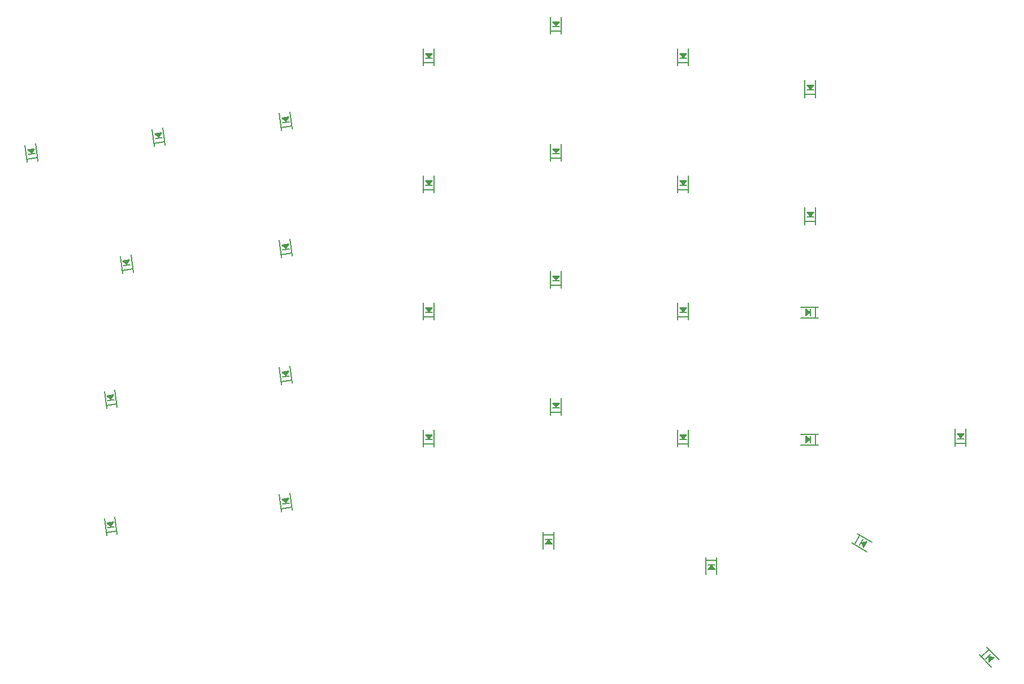
<source format=gbo>
G04 Layer: BottomSilkscreenLayer*
G04 EasyEDA v6.5.23, 2023-04-24 17:17:17*
G04 23e7ac7152a545cbaba16701c0d6254d,351801b383604bb389f78a6fc88bd684,10*
G04 Gerber Generator version 0.2*
G04 Scale: 100 percent, Rotated: No, Reflected: No *
G04 Dimensions in inches *
G04 leading zeros omitted , absolute positions ,3 integer and 6 decimal *
%FSLAX36Y36*%
%MOIN*%

%ADD10C,0.0063*%

%LPD*%
G36*
X-587340Y919220D02*
G01*
X-585180Y917060D01*
X-585180Y888560D01*
X-556680Y917060D01*
X-558820Y919220D01*
G37*
G36*
X-1309480Y1602000D02*
G01*
X-1337020Y1594620D01*
X-1334379Y1593100D01*
X-1327000Y1565560D01*
X-1306860Y1600480D01*
G37*
G36*
X-2223740Y1458620D02*
G01*
X-2223740Y1455580D01*
X-2243900Y1435420D01*
X-2203600Y1435420D01*
X-2203600Y1438460D01*
G37*
G36*
X-3183740Y1608620D02*
G01*
X-3183740Y1605580D01*
X-3203900Y1585420D01*
X-3163600Y1585420D01*
X-3163600Y1588460D01*
G37*
G36*
X-773900Y2235820D02*
G01*
X-773900Y2232780D01*
X-753740Y2212620D01*
X-753740Y2215660D01*
X-733600Y2235820D01*
G37*
G36*
X-1665820Y2223280D02*
G01*
X-1665820Y2182960D01*
X-1662780Y2182960D01*
X-1642620Y2203120D01*
X-1645660Y2203120D01*
G37*
G36*
X-1665820Y2973279D02*
G01*
X-1665820Y2932960D01*
X-1662780Y2932960D01*
X-1642620Y2953120D01*
X-1645660Y2953120D01*
G37*
G36*
X-1660380Y3543340D02*
G01*
X-1660380Y3540299D01*
X-1640220Y3520140D01*
X-1640220Y3523180D01*
X-1620060Y3543340D01*
G37*
G36*
X-1660380Y4293340D02*
G01*
X-1660380Y4290300D01*
X-1640220Y4270140D01*
X-1640220Y4273180D01*
X-1620060Y4293340D01*
G37*
G36*
X-2410380Y2230840D02*
G01*
X-2410380Y2227800D01*
X-2390220Y2207640D01*
X-2390220Y2210680D01*
X-2370060Y2230840D01*
G37*
G36*
X-2410380Y2980840D02*
G01*
X-2410380Y2977799D01*
X-2390220Y2957640D01*
X-2390220Y2960680D01*
X-2370060Y2980840D01*
G37*
G36*
X-3160380Y2418340D02*
G01*
X-3160380Y2415300D01*
X-3140220Y2395140D01*
X-3140220Y2398180D01*
X-3120059Y2418340D01*
G37*
G36*
X-3910380Y2230840D02*
G01*
X-3910380Y2227800D01*
X-3890220Y2207640D01*
X-3890220Y2210680D01*
X-3870059Y2230840D01*
G37*
G36*
X-3160380Y3168340D02*
G01*
X-3160380Y3165299D01*
X-3140220Y3145140D01*
X-3140220Y3148180D01*
X-3120059Y3168340D01*
G37*
G36*
X-3910380Y2980840D02*
G01*
X-3910380Y2977799D01*
X-3890220Y2957640D01*
X-3890220Y2960680D01*
X-3870059Y2980840D01*
G37*
G36*
X-2410380Y3730840D02*
G01*
X-2410380Y3727799D01*
X-2390220Y3707640D01*
X-2390220Y3710680D01*
X-2370060Y3730840D01*
G37*
G36*
X-2410380Y4480840D02*
G01*
X-2410380Y4477800D01*
X-2390220Y4457640D01*
X-2390220Y4460680D01*
X-2370060Y4480840D01*
G37*
G36*
X-3160380Y3918340D02*
G01*
X-3160380Y3915299D01*
X-3140220Y3895140D01*
X-3140220Y3898180D01*
X-3120059Y3918340D01*
G37*
G36*
X-3160380Y4668340D02*
G01*
X-3160380Y4665300D01*
X-3140220Y4645140D01*
X-3140220Y4648180D01*
X-3120059Y4668340D01*
G37*
G36*
X-3910380Y3730840D02*
G01*
X-3910380Y3727799D01*
X-3890220Y3707640D01*
X-3890220Y3710680D01*
X-3870059Y3730840D01*
G37*
G36*
X-3910380Y4480840D02*
G01*
X-3910380Y4477800D01*
X-3890220Y4457640D01*
X-3890220Y4460680D01*
X-3870059Y4480840D01*
G37*
G36*
X-4717680Y1855740D02*
G01*
X-4757640Y1850480D01*
X-4757260Y1847460D01*
X-4734640Y1830100D01*
X-4735040Y1833120D01*
G37*
G36*
X-5748920Y1715120D02*
G01*
X-5788900Y1709860D01*
X-5788500Y1706840D01*
X-5765880Y1689480D01*
X-5766280Y1692500D01*
G37*
G36*
X-4717680Y2605740D02*
G01*
X-4757640Y2600480D01*
X-4757260Y2597460D01*
X-4734640Y2580100D01*
X-4735040Y2583120D01*
G37*
G36*
X-5748920Y2465120D02*
G01*
X-5788900Y2459860D01*
X-5788500Y2456840D01*
X-5765880Y2439480D01*
X-5766280Y2442500D01*
G37*
G36*
X-5655180Y3261980D02*
G01*
X-5695140Y3256720D01*
X-5694760Y3253720D01*
X-5672140Y3236360D01*
X-5672540Y3239380D01*
G37*
G36*
X-4717680Y3355740D02*
G01*
X-4757640Y3350480D01*
X-4757260Y3347460D01*
X-4734640Y3330100D01*
X-4735040Y3333120D01*
G37*
G36*
X-4717680Y4105740D02*
G01*
X-4757640Y4100480D01*
X-4757260Y4097460D01*
X-4734640Y4080100D01*
X-4735040Y4083120D01*
G37*
G36*
X-5467680Y4011980D02*
G01*
X-5507640Y4006720D01*
X-5507260Y4003720D01*
X-5484640Y3986360D01*
X-5485040Y3989380D01*
G37*
G36*
X-6217680Y3918240D02*
G01*
X-6257640Y3912980D01*
X-6257260Y3909960D01*
X-6234640Y3892600D01*
X-6235040Y3895620D01*
G37*
D10*
X-604785Y908153D02*
G01*
X-576278Y936660D01*
X-585185Y888555D02*
G01*
X-556680Y917060D01*
X-587336Y919211D01*
X-585185Y888555D02*
G01*
X-587336Y919211D01*
X-572022Y859353D02*
G01*
X-644402Y931734D01*
X-631876Y919207D02*
G01*
X-587330Y963751D01*
X-527476Y903899D02*
G01*
X-599857Y976278D01*
X-1351012Y1579429D02*
G01*
X-1330855Y1614342D01*
X-1327008Y1565569D02*
G01*
X-1306851Y1600484D01*
X-1337019Y1594625D01*
X-1327008Y1565569D02*
G01*
X-1337019Y1594625D01*
X-1306734Y1540770D02*
G01*
X-1395381Y1591952D01*
X-1380039Y1583094D02*
G01*
X-1348542Y1637649D01*
X-1275237Y1595327D02*
G01*
X-1363883Y1646507D01*
X-2243906Y1463144D02*
G01*
X-2203593Y1463144D01*
X-2243906Y1435428D02*
G01*
X-2203593Y1435428D01*
X-2223750Y1458625D01*
X-2243906Y1435428D02*
G01*
X-2223750Y1458625D01*
X-2255246Y1405470D02*
G01*
X-2255246Y1507831D01*
X-2255246Y1490117D02*
G01*
X-2192251Y1490117D01*
X-2192251Y1405470D02*
G01*
X-2192251Y1507831D01*
X-3203906Y1613144D02*
G01*
X-3163593Y1613144D01*
X-3203906Y1585428D02*
G01*
X-3163593Y1585428D01*
X-3183750Y1608625D01*
X-3203906Y1585428D02*
G01*
X-3183750Y1608625D01*
X-3215246Y1555470D02*
G01*
X-3215246Y1657831D01*
X-3215246Y1640117D02*
G01*
X-3152251Y1640117D01*
X-3152251Y1555470D02*
G01*
X-3152251Y1657831D01*
X-733593Y2208105D02*
G01*
X-773906Y2208105D01*
X-733593Y2235821D02*
G01*
X-773906Y2235821D01*
X-753750Y2212624D01*
X-733593Y2235821D02*
G01*
X-753750Y2212624D01*
X-722253Y2265779D02*
G01*
X-722253Y2163418D01*
X-722253Y2181133D02*
G01*
X-785248Y2181133D01*
X-785248Y2265779D02*
G01*
X-785248Y2163418D01*
X-1638105Y2223281D02*
G01*
X-1638105Y2182968D01*
X-1665821Y2223281D02*
G01*
X-1665821Y2182968D01*
X-1642624Y2203125D01*
X-1665821Y2223281D02*
G01*
X-1642624Y2203125D01*
X-1695779Y2234621D02*
G01*
X-1593418Y2234621D01*
X-1611132Y2234621D02*
G01*
X-1611132Y2171626D01*
X-1695779Y2171626D02*
G01*
X-1593418Y2171626D01*
X-1638105Y2973281D02*
G01*
X-1638105Y2932968D01*
X-1665821Y2973281D02*
G01*
X-1665821Y2932968D01*
X-1642624Y2953125D01*
X-1665821Y2973281D02*
G01*
X-1642624Y2953125D01*
X-1695779Y2984621D02*
G01*
X-1593418Y2984621D01*
X-1611132Y2984621D02*
G01*
X-1611132Y2921626D01*
X-1695779Y2921626D02*
G01*
X-1593418Y2921626D01*
X-1620068Y3515625D02*
G01*
X-1660381Y3515625D01*
X-1620068Y3543341D02*
G01*
X-1660381Y3543341D01*
X-1640225Y3520145D01*
X-1620068Y3543341D02*
G01*
X-1640225Y3520145D01*
X-1608728Y3573299D02*
G01*
X-1608728Y3470938D01*
X-1608728Y3488652D02*
G01*
X-1671723Y3488652D01*
X-1671723Y3573299D02*
G01*
X-1671723Y3470938D01*
X-1620068Y4265625D02*
G01*
X-1660381Y4265625D01*
X-1620068Y4293341D02*
G01*
X-1660381Y4293341D01*
X-1640225Y4270145D01*
X-1620068Y4293341D02*
G01*
X-1640225Y4270145D01*
X-1608728Y4323299D02*
G01*
X-1608728Y4220938D01*
X-1608728Y4238652D02*
G01*
X-1671723Y4238652D01*
X-1671723Y4323299D02*
G01*
X-1671723Y4220938D01*
X-2370068Y2203125D02*
G01*
X-2410381Y2203125D01*
X-2370068Y2230841D02*
G01*
X-2410381Y2230841D01*
X-2390225Y2207645D01*
X-2370068Y2230841D02*
G01*
X-2390225Y2207645D01*
X-2358728Y2260799D02*
G01*
X-2358728Y2158438D01*
X-2358728Y2176152D02*
G01*
X-2421723Y2176152D01*
X-2421723Y2260799D02*
G01*
X-2421723Y2158438D01*
X-2370068Y2953125D02*
G01*
X-2410381Y2953125D01*
X-2370068Y2980841D02*
G01*
X-2410381Y2980841D01*
X-2390225Y2957645D01*
X-2370068Y2980841D02*
G01*
X-2390225Y2957645D01*
X-2358728Y3010799D02*
G01*
X-2358728Y2908438D01*
X-2358728Y2926152D02*
G01*
X-2421723Y2926152D01*
X-2421723Y3010799D02*
G01*
X-2421723Y2908438D01*
X-3120068Y2390625D02*
G01*
X-3160381Y2390625D01*
X-3120068Y2418341D02*
G01*
X-3160381Y2418341D01*
X-3140225Y2395145D01*
X-3120068Y2418341D02*
G01*
X-3140225Y2395145D01*
X-3108728Y2448299D02*
G01*
X-3108728Y2345938D01*
X-3108728Y2363652D02*
G01*
X-3171723Y2363652D01*
X-3171723Y2448299D02*
G01*
X-3171723Y2345938D01*
X-3870068Y2203125D02*
G01*
X-3910381Y2203125D01*
X-3870068Y2230841D02*
G01*
X-3910381Y2230841D01*
X-3890225Y2207645D01*
X-3870068Y2230841D02*
G01*
X-3890225Y2207645D01*
X-3858728Y2260799D02*
G01*
X-3858728Y2158438D01*
X-3858728Y2176152D02*
G01*
X-3921723Y2176152D01*
X-3921723Y2260799D02*
G01*
X-3921723Y2158438D01*
X-3120068Y3140625D02*
G01*
X-3160381Y3140625D01*
X-3120068Y3168341D02*
G01*
X-3160381Y3168341D01*
X-3140225Y3145145D01*
X-3120068Y3168341D02*
G01*
X-3140225Y3145145D01*
X-3108728Y3198299D02*
G01*
X-3108728Y3095938D01*
X-3108728Y3113652D02*
G01*
X-3171723Y3113652D01*
X-3171723Y3198299D02*
G01*
X-3171723Y3095938D01*
X-3870068Y2953125D02*
G01*
X-3910381Y2953125D01*
X-3870068Y2980841D02*
G01*
X-3910381Y2980841D01*
X-3890225Y2957645D01*
X-3870068Y2980841D02*
G01*
X-3890225Y2957645D01*
X-3858728Y3010799D02*
G01*
X-3858728Y2908438D01*
X-3858728Y2926152D02*
G01*
X-3921723Y2926152D01*
X-3921723Y3010799D02*
G01*
X-3921723Y2908438D01*
X-2370068Y3703125D02*
G01*
X-2410381Y3703125D01*
X-2370068Y3730841D02*
G01*
X-2410381Y3730841D01*
X-2390225Y3707645D01*
X-2370068Y3730841D02*
G01*
X-2390225Y3707645D01*
X-2358728Y3760799D02*
G01*
X-2358728Y3658438D01*
X-2358728Y3676152D02*
G01*
X-2421723Y3676152D01*
X-2421723Y3760799D02*
G01*
X-2421723Y3658438D01*
X-2370068Y4453125D02*
G01*
X-2410381Y4453125D01*
X-2370068Y4480841D02*
G01*
X-2410381Y4480841D01*
X-2390225Y4457645D01*
X-2370068Y4480841D02*
G01*
X-2390225Y4457645D01*
X-2358728Y4510799D02*
G01*
X-2358728Y4408438D01*
X-2358728Y4426152D02*
G01*
X-2421723Y4426152D01*
X-2421723Y4510799D02*
G01*
X-2421723Y4408438D01*
X-3120068Y3890625D02*
G01*
X-3160381Y3890625D01*
X-3120068Y3918341D02*
G01*
X-3160381Y3918341D01*
X-3140225Y3895145D01*
X-3120068Y3918341D02*
G01*
X-3140225Y3895145D01*
X-3108728Y3948299D02*
G01*
X-3108728Y3845938D01*
X-3108728Y3863652D02*
G01*
X-3171723Y3863652D01*
X-3171723Y3948299D02*
G01*
X-3171723Y3845938D01*
X-3120068Y4640625D02*
G01*
X-3160381Y4640625D01*
X-3120068Y4668341D02*
G01*
X-3160381Y4668341D01*
X-3140225Y4645145D01*
X-3120068Y4668341D02*
G01*
X-3140225Y4645145D01*
X-3108728Y4698299D02*
G01*
X-3108728Y4595938D01*
X-3108728Y4613652D02*
G01*
X-3171723Y4613652D01*
X-3171723Y4698299D02*
G01*
X-3171723Y4595938D01*
X-3870068Y3703125D02*
G01*
X-3910381Y3703125D01*
X-3870068Y3730841D02*
G01*
X-3910381Y3730841D01*
X-3890225Y3707645D01*
X-3870068Y3730841D02*
G01*
X-3890225Y3707645D01*
X-3858728Y3760799D02*
G01*
X-3858728Y3658438D01*
X-3858728Y3676152D02*
G01*
X-3921723Y3676152D01*
X-3921723Y3760799D02*
G01*
X-3921723Y3658438D01*
X-3870068Y4453125D02*
G01*
X-3910381Y4453125D01*
X-3870068Y4480841D02*
G01*
X-3910381Y4480841D01*
X-3890225Y4457645D01*
X-3870068Y4480841D02*
G01*
X-3890225Y4457645D01*
X-3858728Y4510799D02*
G01*
X-3858728Y4408438D01*
X-3858728Y4426152D02*
G01*
X-3921723Y4426152D01*
X-3921723Y4510799D02*
G01*
X-3921723Y4408438D01*
X-4714061Y1828258D02*
G01*
X-4754031Y1822995D01*
X-4717678Y1855736D02*
G01*
X-4757647Y1850475D01*
X-4734636Y1830108D01*
X-4717678Y1855736D02*
G01*
X-4734636Y1830108D01*
X-4710347Y1886918D02*
G01*
X-4696986Y1785432D01*
X-4699297Y1802995D02*
G01*
X-4761754Y1794774D01*
X-4772804Y1878696D02*
G01*
X-4759443Y1777210D01*
X-5745311Y1687633D02*
G01*
X-5785281Y1682370D01*
X-5748928Y1715111D02*
G01*
X-5788897Y1709850D01*
X-5765886Y1689483D01*
X-5748928Y1715111D02*
G01*
X-5765886Y1689483D01*
X-5741597Y1746293D02*
G01*
X-5728236Y1644807D01*
X-5730547Y1662370D02*
G01*
X-5793004Y1654149D01*
X-5804054Y1738071D02*
G01*
X-5790693Y1636585D01*
X-4714061Y2578258D02*
G01*
X-4754031Y2572995D01*
X-4717678Y2605736D02*
G01*
X-4757647Y2600475D01*
X-4734636Y2580108D01*
X-4717678Y2605736D02*
G01*
X-4734636Y2580108D01*
X-4710347Y2636918D02*
G01*
X-4696986Y2535432D01*
X-4699297Y2552995D02*
G01*
X-4761754Y2544774D01*
X-4772804Y2628696D02*
G01*
X-4759443Y2527210D01*
X-5745311Y2437633D02*
G01*
X-5785281Y2432370D01*
X-5748928Y2465111D02*
G01*
X-5788897Y2459850D01*
X-5765886Y2439483D01*
X-5748928Y2465111D02*
G01*
X-5765886Y2439483D01*
X-5741597Y2496293D02*
G01*
X-5728236Y2394807D01*
X-5730547Y2412370D02*
G01*
X-5793004Y2404149D01*
X-5804054Y2488071D02*
G01*
X-5790693Y2386585D01*
X-5651561Y3234508D02*
G01*
X-5691531Y3229245D01*
X-5655178Y3261986D02*
G01*
X-5695147Y3256725D01*
X-5672136Y3236358D01*
X-5655178Y3261986D02*
G01*
X-5672136Y3236358D01*
X-5647847Y3293168D02*
G01*
X-5634486Y3191682D01*
X-5636797Y3209245D02*
G01*
X-5699254Y3201024D01*
X-5710304Y3284946D02*
G01*
X-5696943Y3183460D01*
X-4714061Y3328258D02*
G01*
X-4754031Y3322995D01*
X-4717678Y3355736D02*
G01*
X-4757647Y3350475D01*
X-4734636Y3330108D01*
X-4717678Y3355736D02*
G01*
X-4734636Y3330108D01*
X-4710347Y3386918D02*
G01*
X-4696986Y3285432D01*
X-4699297Y3302995D02*
G01*
X-4761754Y3294774D01*
X-4772804Y3378696D02*
G01*
X-4759443Y3277210D01*
X-4714061Y4078258D02*
G01*
X-4754031Y4072995D01*
X-4717678Y4105736D02*
G01*
X-4757647Y4100475D01*
X-4734636Y4080108D01*
X-4717678Y4105736D02*
G01*
X-4734636Y4080108D01*
X-4710347Y4136918D02*
G01*
X-4696986Y4035432D01*
X-4699297Y4052995D02*
G01*
X-4761754Y4044774D01*
X-4772804Y4128696D02*
G01*
X-4759443Y4027210D01*
X-5464061Y3984508D02*
G01*
X-5504031Y3979245D01*
X-5467678Y4011986D02*
G01*
X-5507647Y4006725D01*
X-5484636Y3986358D01*
X-5467678Y4011986D02*
G01*
X-5484636Y3986358D01*
X-5460347Y4043168D02*
G01*
X-5446986Y3941682D01*
X-5449297Y3959245D02*
G01*
X-5511754Y3951024D01*
X-5522804Y4034946D02*
G01*
X-5509443Y3933460D01*
X-6214061Y3890758D02*
G01*
X-6254031Y3885495D01*
X-6217678Y3918236D02*
G01*
X-6257647Y3912975D01*
X-6234636Y3892608D01*
X-6217678Y3918236D02*
G01*
X-6234636Y3892608D01*
X-6210347Y3949418D02*
G01*
X-6196986Y3847932D01*
X-6199297Y3865495D02*
G01*
X-6261754Y3857274D01*
X-6272804Y3941196D02*
G01*
X-6259443Y3839710D01*
M02*

</source>
